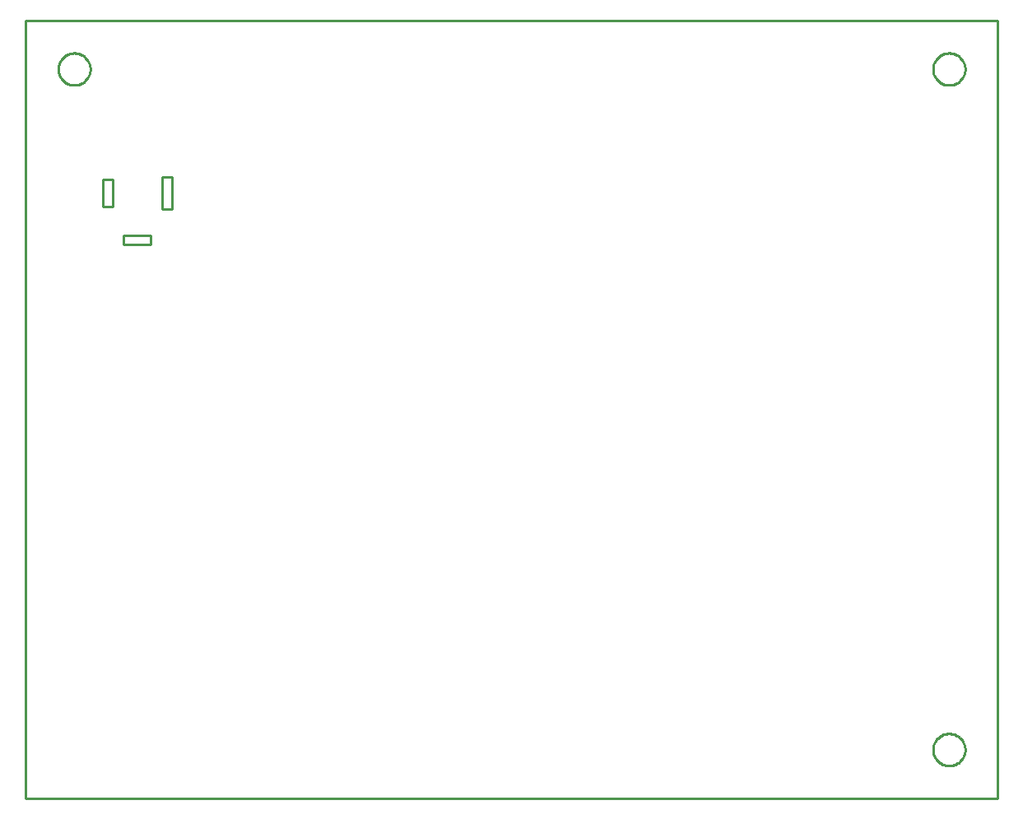
<source format=gbr>
G04 EAGLE Gerber RS-274X export*
G75*
%MOMM*%
%FSLAX34Y34*%
%LPD*%
%IN*%
%IPPOS*%
%AMOC8*
5,1,8,0,0,1.08239X$1,22.5*%
G01*
%ADD10C,0.254000*%


D10*
X0Y0D02*
X1000000Y0D01*
X1000000Y800000D01*
X0Y800000D01*
X0Y0D01*
X79300Y608300D02*
X89300Y608300D01*
X89300Y636300D01*
X79300Y636300D01*
X79300Y608300D01*
X140300Y605800D02*
X150300Y605800D01*
X150300Y638800D01*
X140300Y638800D01*
X140300Y605800D01*
X100300Y569300D02*
X128300Y569300D01*
X128300Y579300D01*
X100300Y579300D01*
X100300Y569300D01*
X66500Y749460D02*
X66429Y748382D01*
X66288Y747311D01*
X66078Y746251D01*
X65798Y745208D01*
X65451Y744185D01*
X65037Y743187D01*
X64560Y742218D01*
X64019Y741282D01*
X63419Y740384D01*
X62762Y739527D01*
X62049Y738715D01*
X61285Y737951D01*
X60473Y737239D01*
X59616Y736581D01*
X58718Y735981D01*
X57782Y735441D01*
X56813Y734963D01*
X55815Y734549D01*
X54792Y734202D01*
X53749Y733922D01*
X52689Y733712D01*
X51618Y733571D01*
X50540Y733500D01*
X49460Y733500D01*
X48382Y733571D01*
X47311Y733712D01*
X46251Y733922D01*
X45208Y734202D01*
X44185Y734549D01*
X43187Y734963D01*
X42218Y735441D01*
X41282Y735981D01*
X40384Y736581D01*
X39527Y737239D01*
X38715Y737951D01*
X37951Y738715D01*
X37239Y739527D01*
X36581Y740384D01*
X35981Y741282D01*
X35441Y742218D01*
X34963Y743187D01*
X34549Y744185D01*
X34202Y745208D01*
X33922Y746251D01*
X33712Y747311D01*
X33571Y748382D01*
X33500Y749460D01*
X33500Y750540D01*
X33571Y751618D01*
X33712Y752689D01*
X33922Y753749D01*
X34202Y754792D01*
X34549Y755815D01*
X34963Y756813D01*
X35441Y757782D01*
X35981Y758718D01*
X36581Y759616D01*
X37239Y760473D01*
X37951Y761285D01*
X38715Y762049D01*
X39527Y762762D01*
X40384Y763419D01*
X41282Y764019D01*
X42218Y764560D01*
X43187Y765037D01*
X44185Y765451D01*
X45208Y765798D01*
X46251Y766078D01*
X47311Y766288D01*
X48382Y766429D01*
X49460Y766500D01*
X50540Y766500D01*
X51618Y766429D01*
X52689Y766288D01*
X53749Y766078D01*
X54792Y765798D01*
X55815Y765451D01*
X56813Y765037D01*
X57782Y764560D01*
X58718Y764019D01*
X59616Y763419D01*
X60473Y762762D01*
X61285Y762049D01*
X62049Y761285D01*
X62762Y760473D01*
X63419Y759616D01*
X64019Y758718D01*
X64560Y757782D01*
X65037Y756813D01*
X65451Y755815D01*
X65798Y754792D01*
X66078Y753749D01*
X66288Y752689D01*
X66429Y751618D01*
X66500Y750540D01*
X66500Y749460D01*
X966500Y749460D02*
X966429Y748382D01*
X966288Y747311D01*
X966078Y746251D01*
X965798Y745208D01*
X965451Y744185D01*
X965037Y743187D01*
X964560Y742218D01*
X964019Y741282D01*
X963419Y740384D01*
X962762Y739527D01*
X962049Y738715D01*
X961285Y737951D01*
X960473Y737239D01*
X959616Y736581D01*
X958718Y735981D01*
X957782Y735441D01*
X956813Y734963D01*
X955815Y734549D01*
X954792Y734202D01*
X953749Y733922D01*
X952689Y733712D01*
X951618Y733571D01*
X950540Y733500D01*
X949460Y733500D01*
X948382Y733571D01*
X947311Y733712D01*
X946251Y733922D01*
X945208Y734202D01*
X944185Y734549D01*
X943187Y734963D01*
X942218Y735441D01*
X941282Y735981D01*
X940384Y736581D01*
X939527Y737239D01*
X938715Y737951D01*
X937951Y738715D01*
X937239Y739527D01*
X936581Y740384D01*
X935981Y741282D01*
X935441Y742218D01*
X934963Y743187D01*
X934549Y744185D01*
X934202Y745208D01*
X933922Y746251D01*
X933712Y747311D01*
X933571Y748382D01*
X933500Y749460D01*
X933500Y750540D01*
X933571Y751618D01*
X933712Y752689D01*
X933922Y753749D01*
X934202Y754792D01*
X934549Y755815D01*
X934963Y756813D01*
X935441Y757782D01*
X935981Y758718D01*
X936581Y759616D01*
X937239Y760473D01*
X937951Y761285D01*
X938715Y762049D01*
X939527Y762762D01*
X940384Y763419D01*
X941282Y764019D01*
X942218Y764560D01*
X943187Y765037D01*
X944185Y765451D01*
X945208Y765798D01*
X946251Y766078D01*
X947311Y766288D01*
X948382Y766429D01*
X949460Y766500D01*
X950540Y766500D01*
X951618Y766429D01*
X952689Y766288D01*
X953749Y766078D01*
X954792Y765798D01*
X955815Y765451D01*
X956813Y765037D01*
X957782Y764560D01*
X958718Y764019D01*
X959616Y763419D01*
X960473Y762762D01*
X961285Y762049D01*
X962049Y761285D01*
X962762Y760473D01*
X963419Y759616D01*
X964019Y758718D01*
X964560Y757782D01*
X965037Y756813D01*
X965451Y755815D01*
X965798Y754792D01*
X966078Y753749D01*
X966288Y752689D01*
X966429Y751618D01*
X966500Y750540D01*
X966500Y749460D01*
X966500Y49460D02*
X966429Y48382D01*
X966288Y47311D01*
X966078Y46251D01*
X965798Y45208D01*
X965451Y44185D01*
X965037Y43187D01*
X964560Y42218D01*
X964019Y41282D01*
X963419Y40384D01*
X962762Y39527D01*
X962049Y38715D01*
X961285Y37951D01*
X960473Y37239D01*
X959616Y36581D01*
X958718Y35981D01*
X957782Y35441D01*
X956813Y34963D01*
X955815Y34549D01*
X954792Y34202D01*
X953749Y33922D01*
X952689Y33712D01*
X951618Y33571D01*
X950540Y33500D01*
X949460Y33500D01*
X948382Y33571D01*
X947311Y33712D01*
X946251Y33922D01*
X945208Y34202D01*
X944185Y34549D01*
X943187Y34963D01*
X942218Y35441D01*
X941282Y35981D01*
X940384Y36581D01*
X939527Y37239D01*
X938715Y37951D01*
X937951Y38715D01*
X937239Y39527D01*
X936581Y40384D01*
X935981Y41282D01*
X935441Y42218D01*
X934963Y43187D01*
X934549Y44185D01*
X934202Y45208D01*
X933922Y46251D01*
X933712Y47311D01*
X933571Y48382D01*
X933500Y49460D01*
X933500Y50540D01*
X933571Y51618D01*
X933712Y52689D01*
X933922Y53749D01*
X934202Y54792D01*
X934549Y55815D01*
X934963Y56813D01*
X935441Y57782D01*
X935981Y58718D01*
X936581Y59616D01*
X937239Y60473D01*
X937951Y61285D01*
X938715Y62049D01*
X939527Y62762D01*
X940384Y63419D01*
X941282Y64019D01*
X942218Y64560D01*
X943187Y65037D01*
X944185Y65451D01*
X945208Y65798D01*
X946251Y66078D01*
X947311Y66288D01*
X948382Y66429D01*
X949460Y66500D01*
X950540Y66500D01*
X951618Y66429D01*
X952689Y66288D01*
X953749Y66078D01*
X954792Y65798D01*
X955815Y65451D01*
X956813Y65037D01*
X957782Y64560D01*
X958718Y64019D01*
X959616Y63419D01*
X960473Y62762D01*
X961285Y62049D01*
X962049Y61285D01*
X962762Y60473D01*
X963419Y59616D01*
X964019Y58718D01*
X964560Y57782D01*
X965037Y56813D01*
X965451Y55815D01*
X965798Y54792D01*
X966078Y53749D01*
X966288Y52689D01*
X966429Y51618D01*
X966500Y50540D01*
X966500Y49460D01*
M02*

</source>
